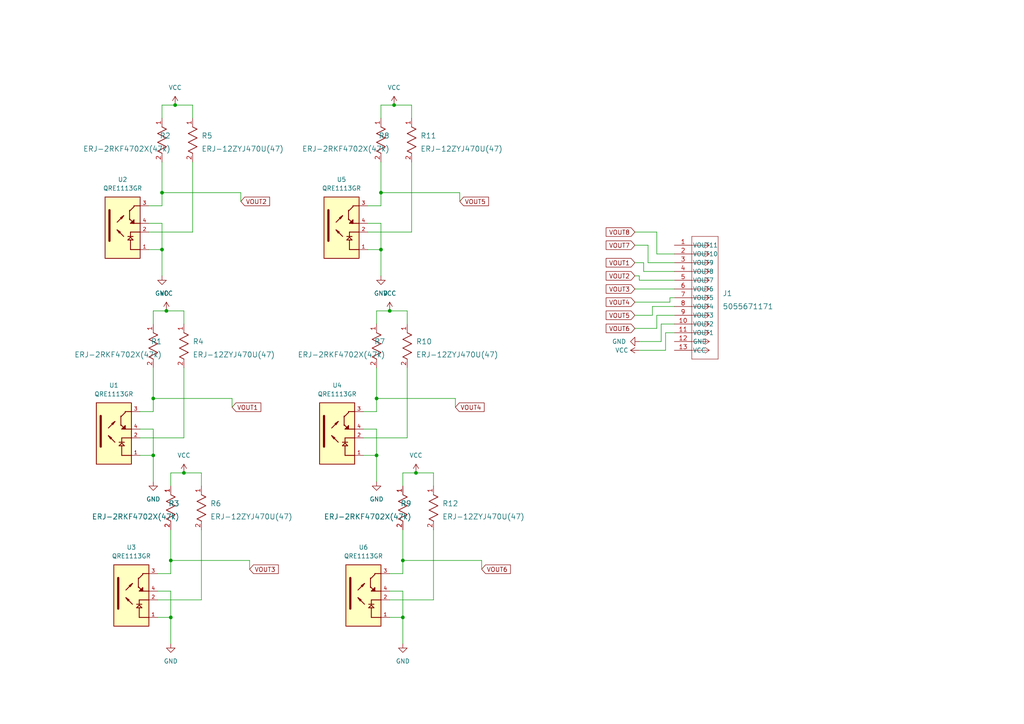
<source format=kicad_sch>
(kicad_sch (version 20231120) (generator "eeschema") (generator_version "8.0")
  (paper "A4")
  (lib_symbols
    (symbol "2024-04-13_23-11-30:5055671171" (pin_names (offset 0.254))
      (property "Reference" "J1" (at 13.97 -13.97 0))
      (property "Value" "5055671171" (at 13.97 -17.78 0))
      (symbol "5055671171_1_1"
        (polyline (pts (xy 5.08 -33.02) (xy 12.7 -33.02)) (stroke (width 0.127)))
        (polyline (pts (xy 5.08 2.54) (xy 5.08 -33.02)) (stroke (width 0.127)))
        (polyline (pts (xy 10.16 -30.48) (xy 5.08 -30.48)) (stroke (width 0.127)))
        (polyline (pts (xy 10.16 -30.48) (xy 8.89 -31.3267)) (stroke (width 0.127)))
        (polyline (pts (xy 10.16 -30.48) (xy 8.89 -29.6333)) (stroke (width 0.127)))
        (polyline (pts (xy 10.16 -27.94) (xy 5.08 -27.94)) (stroke (width 0.127)))
        (polyline (pts (xy 10.16 -27.94) (xy 8.89 -28.7867)) (stroke (width 0.127)))
        (polyline (pts (xy 10.16 -27.94) (xy 8.89 -27.0933)) (stroke (width 0.127)))
        (polyline (pts (xy 10.16 -25.4) (xy 5.08 -25.4)) (stroke (width 0.127)))
        (polyline (pts (xy 10.16 -25.4) (xy 8.89 -26.2467)) (stroke (width 0.127)))
        (polyline (pts (xy 10.16 -25.4) (xy 8.89 -24.5533)) (stroke (width 0.127)))
        (polyline (pts (xy 10.16 -22.86) (xy 5.08 -22.86)) (stroke (width 0.127)))
        (polyline (pts (xy 10.16 -22.86) (xy 8.89 -23.7067)) (stroke (width 0.127)))
        (polyline (pts (xy 10.16 -22.86) (xy 8.89 -22.0133)) (stroke (width 0.127)))
        (polyline (pts (xy 10.16 -20.32) (xy 5.08 -20.32)) (stroke (width 0.127)))
        (polyline (pts (xy 10.16 -20.32) (xy 8.89 -21.1667)) (stroke (width 0.127)))
        (polyline (pts (xy 10.16 -20.32) (xy 8.89 -19.4733)) (stroke (width 0.127)))
        (polyline (pts (xy 10.16 -17.78) (xy 5.08 -17.78)) (stroke (width 0.127)))
        (polyline (pts (xy 10.16 -17.78) (xy 8.89 -18.6267)) (stroke (width 0.127)))
        (polyline (pts (xy 10.16 -17.78) (xy 8.89 -16.9333)) (stroke (width 0.127)))
        (polyline (pts (xy 10.16 -15.24) (xy 5.08 -15.24)) (stroke (width 0.127)))
        (polyline (pts (xy 10.16 -15.24) (xy 8.89 -16.0867)) (stroke (width 0.127)))
        (polyline (pts (xy 10.16 -15.24) (xy 8.89 -14.3933)) (stroke (width 0.127)))
        (polyline (pts (xy 10.16 -12.7) (xy 5.08 -12.7)) (stroke (width 0.127)))
        (polyline (pts (xy 10.16 -12.7) (xy 8.89 -13.5467)) (stroke (width 0.127)))
        (polyline (pts (xy 10.16 -12.7) (xy 8.89 -11.8533)) (stroke (width 0.127)))
        (polyline (pts (xy 10.16 -10.16) (xy 5.08 -10.16)) (stroke (width 0.127)))
        (polyline (pts (xy 10.16 -10.16) (xy 8.89 -11.0067)) (stroke (width 0.127)))
        (polyline (pts (xy 10.16 -10.16) (xy 8.89 -9.3133)) (stroke (width 0.127)))
        (polyline (pts (xy 10.16 -7.62) (xy 5.08 -7.62)) (stroke (width 0.127)))
        (polyline (pts (xy 10.16 -7.62) (xy 8.89 -8.4667)) (stroke (width 0.127)))
        (polyline (pts (xy 10.16 -7.62) (xy 8.89 -6.7733)) (stroke (width 0.127)))
        (polyline (pts (xy 10.16 -5.08) (xy 5.08 -5.08)) (stroke (width 0.127)))
        (polyline (pts (xy 10.16 -5.08) (xy 8.89 -5.9267)) (stroke (width 0.127)))
        (polyline (pts (xy 10.16 -5.08) (xy 8.89 -4.2333)) (stroke (width 0.127)))
        (polyline (pts (xy 10.16 -2.54) (xy 5.08 -2.54)) (stroke (width 0.127)))
        (polyline (pts (xy 10.16 -2.54) (xy 8.89 -3.3867)) (stroke (width 0.127)))
        (polyline (pts (xy 10.16 -2.54) (xy 8.89 -1.6933)) (stroke (width 0.127)))
        (polyline (pts (xy 10.16 0) (xy 5.08 0)) (stroke (width 0.127)))
        (polyline (pts (xy 10.16 0) (xy 8.89 -0.8467)) (stroke (width 0.127)))
        (polyline (pts (xy 10.16 0) (xy 8.89 0.8467)) (stroke (width 0.127)))
        (polyline (pts (xy 12.7 -33.02) (xy 12.7 2.54)) (stroke (width 0.127)))
        (polyline (pts (xy 12.7 2.54) (xy 5.08 2.54)) (stroke (width 0.127)))
        (pin input line (at 0 0 0) (length 5.08) (name "VOUT11") (number "1"))
        (pin input line (at 0 -22.86 0) (length 5.08) (name "VOUT2") (number "10"))
        (pin input line (at 0 -25.4 0) (length 5.08) (name "VOUT1") (number "11"))
        (pin input line (at 0 -27.94 0) (length 5.08) (name "GND") (number "12"))
        (pin input line (at 0 -30.48 0) (length 5.08) (name "VCC") (number "13"))
        (pin input line (at 0 -2.54 0) (length 5.08) (name "VOUT10") (number "2"))
        (pin input line (at 0 -5.08 0) (length 5.08) (name "VOUT9") (number "3"))
        (pin input line (at 0 -7.62 0) (length 5.08) (name "VOUT8") (number "4"))
        (pin input line (at 0 -10.16 0) (length 5.08) (name "VOUT7") (number "5"))
        (pin input line (at 0 -12.7 0) (length 5.08) (name "VOUT6") (number "6"))
        (pin input line (at 0 -15.24 0) (length 5.08) (name "VOUT5") (number "7"))
        (pin input line (at 0 -17.78 0) (length 5.08) (name "VOUT4") (number "8"))
        (pin input line (at 0 -20.32 0) (length 5.08) (name "VOUT3") (number "9"))
      )
      (symbol "5055671171_1_2"
        (polyline (pts (xy 5.08 -33.02) (xy 12.7 -33.02)) (stroke (width 0.127)))
        (polyline (pts (xy 5.08 2.54) (xy 5.08 -33.02)) (stroke (width 0.127)))
        (polyline (pts (xy 7.62 -30.48) (xy 5.08 -30.48)) (stroke (width 0.127)))
        (polyline (pts (xy 7.62 -30.48) (xy 8.89 -31.3267)) (stroke (width 0.127)))
        (polyline (pts (xy 7.62 -30.48) (xy 8.89 -29.6333)) (stroke (width 0.127)))
        (polyline (pts (xy 7.62 -27.94) (xy 5.08 -27.94)) (stroke (width 0.127)))
        (polyline (pts (xy 7.62 -27.94) (xy 8.89 -28.7867)) (stroke (width 0.127)))
        (polyline (pts (xy 7.62 -27.94) (xy 8.89 -27.0933)) (stroke (width 0.127)))
        (polyline (pts (xy 7.62 -25.4) (xy 5.08 -25.4)) (stroke (width 0.127)))
        (polyline (pts (xy 7.62 -25.4) (xy 8.89 -26.2467)) (stroke (width 0.127)))
        (polyline (pts (xy 7.62 -25.4) (xy 8.89 -24.5533)) (stroke (width 0.127)))
        (polyline (pts (xy 7.62 -22.86) (xy 5.08 -22.86)) (stroke (width 0.127)))
        (polyline (pts (xy 7.62 -22.86) (xy 8.89 -23.7067)) (stroke (width 0.127)))
        (polyline (pts (xy 7.62 -22.86) (xy 8.89 -22.0133)) (stroke (width 0.127)))
        (polyline (pts (xy 7.62 -20.32) (xy 5.08 -20.32)) (stroke (width 0.127)))
        (polyline (pts (xy 7.62 -20.32) (xy 8.89 -21.1667)) (stroke (width 0.127)))
        (polyline (pts (xy 7.62 -20.32) (xy 8.89 -19.4733)) (stroke (width 0.127)))
        (polyline (pts (xy 7.62 -17.78) (xy 5.08 -17.78)) (stroke (width 0.127)))
        (polyline (pts (xy 7.62 -17.78) (xy 8.89 -18.6267)) (stroke (width 0.127)))
        (polyline (pts (xy 7.62 -17.78) (xy 8.89 -16.9333)) (stroke (width 0.127)))
        (polyline (pts (xy 7.62 -15.24) (xy 5.08 -15.24)) (stroke (width 0.127)))
        (polyline (pts (xy 7.62 -15.24) (xy 8.89 -16.0867)) (stroke (width 0.127)))
        (polyline (pts (xy 7.62 -15.24) (xy 8.89 -14.3933)) (stroke (width 0.127)))
        (polyline (pts (xy 7.62 -12.7) (xy 5.08 -12.7)) (stroke (width 0.127)))
        (polyline (pts (xy 7.62 -12.7) (xy 8.89 -13.5467)) (stroke (width 0.127)))
        (polyline (pts (xy 7.62 -12.7) (xy 8.89 -11.8533)) (stroke (width 0.127)))
        (polyline (pts (xy 7.62 -10.16) (xy 5.08 -10.16)) (stroke (width 0.127)))
        (polyline (pts (xy 7.62 -10.16) (xy 8.89 -11.0067)) (stroke (width 0.127)))
        (polyline (pts (xy 7.62 -10.16) (xy 8.89 -9.3133)) (stroke (width 0.127)))
        (polyline (pts (xy 7.62 -7.62) (xy 5.08 -7.62)) (stroke (width 0.127)))
        (polyline (pts (xy 7.62 -7.62) (xy 8.89 -8.4667)) (stroke (width 0.127)))
        (polyline (pts (xy 7.62 -7.62) (xy 8.89 -6.7733)) (stroke (width 0.127)))
        (polyline (pts (xy 7.62 -5.08) (xy 5.08 -5.08)) (stroke (width 0.127)))
        (polyline (pts (xy 7.62 -5.08) (xy 8.89 -5.9267)) (stroke (width 0.127)))
        (polyline (pts (xy 7.62 -5.08) (xy 8.89 -4.2333)) (stroke (width 0.127)))
        (polyline (pts (xy 7.62 -2.54) (xy 5.08 -2.54)) (stroke (width 0.127)))
        (polyline (pts (xy 7.62 -2.54) (xy 8.89 -3.3867)) (stroke (width 0.127)))
        (polyline (pts (xy 7.62 -2.54) (xy 8.89 -1.6933)) (stroke (width 0.127)))
        (polyline (pts (xy 7.62 0) (xy 5.08 0)) (stroke (width 0.127)))
        (polyline (pts (xy 7.62 0) (xy 8.89 -0.8467)) (stroke (width 0.127)))
        (polyline (pts (xy 7.62 0) (xy 8.89 0.8467)) (stroke (width 0.127)))
        (polyline (pts (xy 12.7 -33.02) (xy 12.7 2.54)) (stroke (width 0.127)))
        (polyline (pts (xy 12.7 2.54) (xy 5.08 2.54)) (stroke (width 0.127)))
        (pin unspecified line (at 0 0 0) (length 5.08) (name "1") (number "1"))
        (pin unspecified line (at 0 -22.86 0) (length 5.08) (name "10") (number "10"))
        (pin unspecified line (at 0 -25.4 0) (length 5.08) (name "11") (number "11"))
        (pin unspecified line (at 0 -27.94 0) (length 5.08) (name "12") (number "12"))
        (pin unspecified line (at 0 -30.48 0) (length 5.08) (name "13") (number "13"))
        (pin unspecified line (at 0 -2.54 0) (length 5.08) (name "2") (number "2"))
        (pin unspecified line (at 0 -5.08 0) (length 5.08) (name "3") (number "3"))
        (pin unspecified line (at 0 -7.62 0) (length 5.08) (name "4") (number "4"))
        (pin unspecified line (at 0 -10.16 0) (length 5.08) (name "5") (number "5"))
        (pin unspecified line (at 0 -12.7 0) (length 5.08) (name "6") (number "6"))
        (pin unspecified line (at 0 -15.24 0) (length 5.08) (name "7") (number "7"))
        (pin unspecified line (at 0 -17.78 0) (length 5.08) (name "8") (number "8"))
        (pin unspecified line (at 0 -20.32 0) (length 5.08) (name "9") (number "9"))
      )
    )
    (symbol "2024-04-15_02-25-11:ERJ-12ZYJ470U" (pin_names (offset 0.254))
      (property "Reference" "R" (at 5.715 3.81 0))
      (property "Value" "ERJ-12ZYJ470U" (at 6.35 -3.81 0))
      (symbol "ERJ-12ZYJ470U_1_1"
        (polyline (pts (xy 2.54 0) (xy 3.175 1.27)) (stroke (width 0.2032)))
        (polyline (pts (xy 3.175 1.27) (xy 4.445 -1.27)) (stroke (width 0.2032)))
        (polyline (pts (xy 4.445 -1.27) (xy 5.715 1.27)) (stroke (width 0.2032)))
        (polyline (pts (xy 5.715 1.27) (xy 6.985 -1.27)) (stroke (width 0.2032)))
        (polyline (pts (xy 6.985 -1.27) (xy 8.255 1.27)) (stroke (width 0.2032)))
        (polyline (pts (xy 8.255 1.27) (xy 9.525 -1.27)) (stroke (width 0.2032)))
        (polyline (pts (xy 9.525 -1.27) (xy 10.16 0)) (stroke (width 0.2032)))
        (pin unspecified line (at 12.7 0 180) (length 2.54) (name "") (number "1"))
        (pin unspecified line (at 0 0 0) (length 2.54) (name "") (number "2"))
      )
      (symbol "ERJ-12ZYJ470U_1_2"
        (polyline (pts (xy -1.27 3.175) (xy 1.27 4.445)) (stroke (width 0.2032)))
        (polyline (pts (xy -1.27 5.715) (xy 1.27 6.985)) (stroke (width 0.2032)))
        (polyline (pts (xy -1.27 8.255) (xy 1.27 9.525)) (stroke (width 0.2032)))
        (polyline (pts (xy 0 2.54) (xy -1.27 3.175)) (stroke (width 0.2032)))
        (polyline (pts (xy 1.27 4.445) (xy -1.27 5.715)) (stroke (width 0.2032)))
        (polyline (pts (xy 1.27 6.985) (xy -1.27 8.255)) (stroke (width 0.2032)))
        (polyline (pts (xy 1.27 9.525) (xy 0 10.16)) (stroke (width 0.2032)))
        (pin unspecified line (at 0 12.7 270) (length 2.54) (name "") (number "1"))
        (pin unspecified line (at 0 0 90) (length 2.54) (name "") (number "2"))
      )
    )
    (symbol "2024-04-15_02-25-28:ERJ-2RKF4702X" (pin_names (offset 0.254))
      (property "Reference" "R" (at 5.715 3.81 0))
      (property "Value" "ERJ-2RKF4702X" (at 6.35 -3.81 0))
      (symbol "ERJ-2RKF4702X_1_1"
        (polyline (pts (xy 2.54 0) (xy 3.175 1.27)) (stroke (width 0.2032)))
        (polyline (pts (xy 3.175 1.27) (xy 4.445 -1.27)) (stroke (width 0.2032)))
        (polyline (pts (xy 4.445 -1.27) (xy 5.715 1.27)) (stroke (width 0.2032)))
        (polyline (pts (xy 5.715 1.27) (xy 6.985 -1.27)) (stroke (width 0.2032)))
        (polyline (pts (xy 6.985 -1.27) (xy 8.255 1.27)) (stroke (width 0.2032)))
        (polyline (pts (xy 8.255 1.27) (xy 9.525 -1.27)) (stroke (width 0.2032)))
        (polyline (pts (xy 9.525 -1.27) (xy 10.16 0)) (stroke (width 0.2032)))
        (pin unspecified line (at 12.7 0 180) (length 2.54) (name "") (number "1"))
        (pin unspecified line (at 0 0 0) (length 2.54) (name "") (number "2"))
      )
      (symbol "ERJ-2RKF4702X_1_2"
        (polyline (pts (xy -1.27 3.175) (xy 1.27 4.445)) (stroke (width 0.2032)))
        (polyline (pts (xy -1.27 5.715) (xy 1.27 6.985)) (stroke (width 0.2032)))
        (polyline (pts (xy -1.27 8.255) (xy 1.27 9.525)) (stroke (width 0.2032)))
        (polyline (pts (xy 0 2.54) (xy -1.27 3.175)) (stroke (width 0.2032)))
        (polyline (pts (xy 1.27 4.445) (xy -1.27 5.715)) (stroke (width 0.2032)))
        (polyline (pts (xy 1.27 6.985) (xy -1.27 8.255)) (stroke (width 0.2032)))
        (polyline (pts (xy 1.27 9.525) (xy 0 10.16)) (stroke (width 0.2032)))
        (pin unspecified line (at 0 12.7 270) (length 2.54) (name "") (number "1"))
        (pin unspecified line (at 0 0 90) (length 2.54) (name "") (number "2"))
      )
    )
    (symbol "QRE1113GR:QRE1113GR" (pin_names (offset 1.016))
      (property "Reference" "U" (at -5.08 10.795 0))
      (property "Value" "QRE1113GR" (at -5.08 -10.16 0))
      (symbol "QRE1113GR_0_0"
        (rectangle (start -5.08 -7.62) (end 5.08 10.16) (stroke (width 0.254)) (fill (type background)))
        (polyline (pts (xy -3.81 6.35) (xy -3.81 -2.54)) (stroke (width 0.635)))
        (polyline (pts (xy -1.5875 0.635) (xy -0.9525 -0.3175)) (stroke (width 0.254)))
        (polyline (pts (xy -1.5875 0.635) (xy -0.635 0)) (stroke (width 0.254)))
        (polyline (pts (xy -1.5875 2.8575) (xy 0.3175 4.7625)) (stroke (width 0.254)))
        (polyline (pts (xy 0.3175 -1.27) (xy -1.5875 0.635)) (stroke (width 0.254)))
        (polyline (pts (xy 0.3175 4.7625) (xy -0.635 4.1275)) (stroke (width 0.254)))
        (polyline (pts (xy 0.3175 4.7625) (xy -0.3175 3.81)) (stroke (width 0.254)))
        (polyline (pts (xy 2.032 3.81) (xy 2.032 3.556)) (stroke (width 0.254)))
        (polyline (pts (xy 2.032 3.81) (xy 3.302 2.54)) (stroke (width 0.254)))
        (polyline (pts (xy 2.032 6.096) (xy 2.032 3.81)) (stroke (width 0.254)))
        (polyline (pts (xy 2.032 6.096) (xy 2.032 6.35)) (stroke (width 0.254)))
        (polyline (pts (xy 2.286 -5.08) (xy 2.286 -2.286)) (stroke (width 0.254)))
        (polyline (pts (xy 2.286 -2.286) (xy 1.524 -2.286)) (stroke (width 0.254)))
        (polyline (pts (xy 2.286 -2.286) (xy 3.048 -2.286)) (stroke (width 0.254)))
        (polyline (pts (xy 2.286 -1.524) (xy 1.524 -2.286)) (stroke (width 0.254)))
        (polyline (pts (xy 2.286 -1.27) (xy 2.286 0)) (stroke (width 0.254)))
        (polyline (pts (xy 2.286 0) (xy 5.08 0)) (stroke (width 0.254)))
        (polyline (pts (xy 2.286 2.54) (xy 3.048 2.54)) (stroke (width 0.254)))
        (polyline (pts (xy 2.54 2.794) (xy 2.286 2.54)) (stroke (width 0.254)))
        (polyline (pts (xy 2.54 2.794) (xy 2.794 2.794)) (stroke (width 0.254)))
        (polyline (pts (xy 2.794 2.794) (xy 3.048 2.54)) (stroke (width 0.254)))
        (polyline (pts (xy 3.048 -2.286) (xy 2.286 -1.524)) (stroke (width 0.254)))
        (polyline (pts (xy 3.048 -1.27) (xy 1.524 -1.27)) (stroke (width 0.254)))
        (polyline (pts (xy 3.048 2.54) (xy 3.048 3.048)) (stroke (width 0.254)))
        (polyline (pts (xy 3.048 2.54) (xy 3.302 2.54)) (stroke (width 0.254)))
        (polyline (pts (xy 3.048 3.048) (xy 2.794 2.794)) (stroke (width 0.254)))
        (polyline (pts (xy 3.048 3.048) (xy 3.302 3.302)) (stroke (width 0.254)))
        (polyline (pts (xy 3.302 2.54) (xy 3.302 2.794)) (stroke (width 0.254)))
        (polyline (pts (xy 3.302 2.54) (xy 5.08 2.54)) (stroke (width 0.254)))
        (polyline (pts (xy 3.302 2.794) (xy 3.048 3.048)) (stroke (width 0.254)))
        (polyline (pts (xy 3.302 2.794) (xy 3.302 3.302)) (stroke (width 0.254)))
        (polyline (pts (xy 3.302 3.302) (xy 3.302 3.556)) (stroke (width 0.254)))
        (polyline (pts (xy 3.302 3.556) (xy 2.54 2.794)) (stroke (width 0.254)))
        (polyline (pts (xy 3.302 7.366) (xy 2.032 6.096)) (stroke (width 0.254)))
        (polyline (pts (xy 3.302 7.62) (xy 3.302 7.366)) (stroke (width 0.254)))
        (polyline (pts (xy 5.08 -5.08) (xy 2.286 -5.08)) (stroke (width 0.254)))
        (polyline (pts (xy 5.08 7.62) (xy 3.302 7.62)) (stroke (width 0.254)))
        (pin passive line (at 7.62 -5.08 180) (length 2.54) (name "~") (number "1"))
        (pin passive line (at 7.62 0 180) (length 2.54) (name "~") (number "2"))
        (pin passive line (at 7.62 7.62 180) (length 2.54) (name "~") (number "3"))
        (pin passive line (at 7.62 2.54 180) (length 2.54) (name "~") (number "4"))
      )
    )
    (symbol "power:GND" (power) (pin_names (offset 0))
      (property "Value" "GND" (at 0 -3.81 0))
      (symbol "GND_0_1"
        (polyline (pts (xy 0 0) (xy 0 -1.27) (xy 1.27 -1.27) (xy 0 -2.54) (xy -1.27 -1.27) (xy 0 -1.27)))
      )
      (symbol "GND_1_1"
        (pin power_in line (at 0 0 270) (length 0) hide (name "GND") (number "1"))
      )
    )
    (symbol "power:VCC" (power) (pin_names (offset 0))
      (property "Value" "VCC" (at 0 3.81 0))
      (symbol "VCC_0_1"
        (polyline (pts (xy -0.762 1.27) (xy 0 2.54)))
        (polyline (pts (xy 0 0) (xy 0 2.54)))
        (polyline (pts (xy 0 2.54) (xy 0.762 1.27)))
      )
      (symbol "VCC_1_1"
        (pin power_in line (at 0 0 90) (length 0) hide (name "VCC") (number "1"))
      )
    )
  )
  (junction (at 114.3 30.48))
  (junction (at 120.65 137.16))
  (junction (at 113.03 90.17))
  (junction (at 50.8 30.48))
  (junction (at 44.45 132.08))
  (junction (at 53.34 137.16))
  (junction (at 49.53 179.07))
  (junction (at 46.99 55.88))
  (junction (at 110.49 55.88))
  (junction (at 109.22 132.08))
  (junction (at 109.22 115.57))
  (junction (at 49.53 162.56))
  (junction (at 44.45 115.57))
  (junction (at 46.99 72.39))
  (junction (at 110.49 72.39))
  (junction (at 116.84 179.07))
  (junction (at 116.84 162.56))
  (junction (at 48.26 90.17))
  (wire (pts (xy 109.22 115.57) (xy 109.22 119.38)))
  (wire (pts (xy 119.38 30.48) (xy 119.38 34.29)))
  (wire (pts (xy 184.15 71.12) (xy 187.96 71.12)))
  (wire (pts (xy 53.34 90.17) (xy 53.34 93.98)))
  (wire (pts (xy 43.18 64.77) (xy 46.99 64.77)))
  (wire (pts (xy 186.69 76.2) (xy 186.69 78.74)))
  (wire (pts (xy 109.22 124.46) (xy 109.22 132.08)))
  (wire (pts (xy 43.18 72.39) (xy 46.99 72.39)))
  (wire (pts (xy 185.42 101.6) (xy 193.04 101.6)))
  (wire (pts (xy 118.11 127) (xy 105.41 127)))
  (wire (pts (xy 48.26 90.17) (xy 44.45 90.17)))
  (wire (pts (xy 46.99 30.48) (xy 46.99 34.29)))
  (wire (pts (xy 44.45 119.38) (xy 40.64 119.38)))
  (wire (pts (xy 106.68 72.39) (xy 110.49 72.39)))
  (wire (pts (xy 125.73 153.67) (xy 125.73 173.99)))
  (wire (pts (xy 55.88 30.48) (xy 55.88 34.29)))
  (wire (pts (xy 190.5 95.25) (xy 190.5 91.44)))
  (wire (pts (xy 116.84 137.16) (xy 116.84 140.97)))
  (wire (pts (xy 49.53 137.16) (xy 49.53 140.97)))
  (wire (pts (xy 45.72 179.07) (xy 49.53 179.07)))
  (wire (pts (xy 116.84 153.67) (xy 116.84 162.56)))
  (wire (pts (xy 118.11 90.17) (xy 118.11 93.98)))
  (wire (pts (xy 53.34 137.16) (xy 58.42 137.16)))
  (wire (pts (xy 50.8 30.48) (xy 55.88 30.48)))
  (wire (pts (xy 109.22 132.08) (xy 109.22 139.7)))
  (wire (pts (xy 113.03 90.17) (xy 118.11 90.17)))
  (wire (pts (xy 72.39 162.56) (xy 72.39 165.1)))
  (wire (pts (xy 116.84 162.56) (xy 116.84 166.37)))
  (wire (pts (xy 120.65 137.16) (xy 116.84 137.16)))
  (wire (pts (xy 44.45 106.68) (xy 44.45 115.57)))
  (wire (pts (xy 184.15 83.82) (xy 195.58 83.82)))
  (wire (pts (xy 45.72 171.45) (xy 49.53 171.45)))
  (wire (pts (xy 114.3 30.48) (xy 119.38 30.48)))
  (wire (pts (xy 44.45 124.46) (xy 44.45 132.08)))
  (wire (pts (xy 48.26 90.17) (xy 53.34 90.17)))
  (wire (pts (xy 53.34 137.16) (xy 49.53 137.16)))
  (wire (pts (xy 110.49 72.39) (xy 110.49 80.01)))
  (wire (pts (xy 44.45 115.57) (xy 44.45 119.38)))
  (wire (pts (xy 46.99 59.69) (xy 43.18 59.69)))
  (wire (pts (xy 49.53 166.37) (xy 45.72 166.37)))
  (wire (pts (xy 110.49 55.88) (xy 133.35 55.88)))
  (wire (pts (xy 132.08 115.57) (xy 132.08 118.11)))
  (wire (pts (xy 186.69 78.74) (xy 195.58 78.74)))
  (wire (pts (xy 113.03 179.07) (xy 116.84 179.07)))
  (wire (pts (xy 106.68 64.77) (xy 110.49 64.77)))
  (wire (pts (xy 113.03 90.17) (xy 109.22 90.17)))
  (wire (pts (xy 110.49 30.48) (xy 110.49 34.29)))
  (wire (pts (xy 109.22 90.17) (xy 109.22 93.98)))
  (wire (pts (xy 109.22 106.68) (xy 109.22 115.57)))
  (wire (pts (xy 46.99 55.88) (xy 46.99 59.69)))
  (wire (pts (xy 191.77 99.06) (xy 191.77 93.98)))
  (wire (pts (xy 116.84 162.56) (xy 139.7 162.56)))
  (wire (pts (xy 184.15 67.31) (xy 190.5 67.31)))
  (wire (pts (xy 53.34 106.68) (xy 53.34 127)))
  (wire (pts (xy 114.3 30.48) (xy 110.49 30.48)))
  (wire (pts (xy 109.22 119.38) (xy 105.41 119.38)))
  (wire (pts (xy 109.22 115.57) (xy 132.08 115.57)))
  (wire (pts (xy 184.15 87.63) (xy 194.31 87.63)))
  (wire (pts (xy 110.49 64.77) (xy 110.49 72.39)))
  (wire (pts (xy 125.73 173.99) (xy 113.03 173.99)))
  (wire (pts (xy 189.23 88.9) (xy 195.58 88.9)))
  (wire (pts (xy 113.03 171.45) (xy 116.84 171.45)))
  (wire (pts (xy 118.11 106.68) (xy 118.11 127)))
  (wire (pts (xy 190.5 67.31) (xy 190.5 73.66)))
  (wire (pts (xy 44.45 90.17) (xy 44.45 93.98)))
  (wire (pts (xy 55.88 46.99) (xy 55.88 67.31)))
  (wire (pts (xy 105.41 132.08) (xy 109.22 132.08)))
  (wire (pts (xy 46.99 64.77) (xy 46.99 72.39)))
  (wire (pts (xy 69.85 55.88) (xy 69.85 58.42)))
  (wire (pts (xy 110.49 59.69) (xy 106.68 59.69)))
  (wire (pts (xy 187.96 76.2) (xy 195.58 76.2)))
  (wire (pts (xy 55.88 67.31) (xy 43.18 67.31)))
  (wire (pts (xy 184.15 91.44) (xy 189.23 91.44)))
  (wire (pts (xy 53.34 127) (xy 40.64 127)))
  (wire (pts (xy 110.49 55.88) (xy 110.49 59.69)))
  (wire (pts (xy 184.15 76.2) (xy 186.69 76.2)))
  (wire (pts (xy 187.96 71.12) (xy 187.96 76.2)))
  (wire (pts (xy 46.99 55.88) (xy 69.85 55.88)))
  (wire (pts (xy 193.04 101.6) (xy 193.04 96.52)))
  (wire (pts (xy 110.49 46.99) (xy 110.49 55.88)))
  (wire (pts (xy 67.31 115.57) (xy 67.31 118.11)))
  (wire (pts (xy 185.42 80.01) (xy 185.42 81.28)))
  (wire (pts (xy 116.84 166.37) (xy 113.03 166.37)))
  (wire (pts (xy 193.04 96.52) (xy 195.58 96.52)))
  (wire (pts (xy 58.42 173.99) (xy 45.72 173.99)))
  (wire (pts (xy 184.15 95.25) (xy 190.5 95.25)))
  (wire (pts (xy 185.42 99.06) (xy 191.77 99.06)))
  (wire (pts (xy 49.53 153.67) (xy 49.53 162.56)))
  (wire (pts (xy 46.99 46.99) (xy 46.99 55.88)))
  (wire (pts (xy 49.53 162.56) (xy 49.53 166.37)))
  (wire (pts (xy 194.31 87.63) (xy 194.31 86.36)))
  (wire (pts (xy 194.31 86.36) (xy 195.58 86.36)))
  (wire (pts (xy 44.45 115.57) (xy 67.31 115.57)))
  (wire (pts (xy 125.73 137.16) (xy 125.73 140.97)))
  (wire (pts (xy 191.77 93.98) (xy 195.58 93.98)))
  (wire (pts (xy 40.64 124.46) (xy 44.45 124.46)))
  (wire (pts (xy 190.5 91.44) (xy 195.58 91.44)))
  (wire (pts (xy 119.38 67.31) (xy 106.68 67.31)))
  (wire (pts (xy 120.65 137.16) (xy 125.73 137.16)))
  (wire (pts (xy 50.8 30.48) (xy 46.99 30.48)))
  (wire (pts (xy 185.42 81.28) (xy 195.58 81.28)))
  (wire (pts (xy 44.45 132.08) (xy 44.45 139.7)))
  (wire (pts (xy 119.38 46.99) (xy 119.38 67.31)))
  (wire (pts (xy 58.42 137.16) (xy 58.42 140.97)))
  (wire (pts (xy 189.23 91.44) (xy 189.23 88.9)))
  (wire (pts (xy 190.5 73.66) (xy 195.58 73.66)))
  (wire (pts (xy 105.41 124.46) (xy 109.22 124.46)))
  (wire (pts (xy 139.7 162.56) (xy 139.7 165.1)))
  (wire (pts (xy 40.64 132.08) (xy 44.45 132.08)))
  (wire (pts (xy 49.53 171.45) (xy 49.53 179.07)))
  (wire (pts (xy 116.84 171.45) (xy 116.84 179.07)))
  (wire (pts (xy 49.53 162.56) (xy 72.39 162.56)))
  (wire (pts (xy 133.35 55.88) (xy 133.35 58.42)))
  (wire (pts (xy 58.42 153.67) (xy 58.42 173.99)))
  (wire (pts (xy 49.53 179.07) (xy 49.53 186.69)))
  (wire (pts (xy 184.15 80.01) (xy 185.42 80.01)))
  (wire (pts (xy 116.84 179.07) (xy 116.84 186.69)))
  (wire (pts (xy 46.99 72.39) (xy 46.99 80.01)))
  (global_label "VOUT4" (shape input) (at 132.08 118.11 0) (property "Intersheetrefs" "${INTERSHEET_REFS}" (effects (hide yes))))
  (global_label "VOUT3" (shape input) (at 184.15 83.82 180) (property "Intersheetrefs" "${INTERSHEET_REFS}" (effects (hide yes))))
  (global_label "VOUT8" (shape input) (at 184.15 67.31 180) (property "Intersheetrefs" "${INTERSHEET_REFS}" (effects (hide yes))))
  (global_label "VOUT5" (shape input) (at 184.15 91.44 180) (property "Intersheetrefs" "${INTERSHEET_REFS}" (effects (hide yes))))
  (global_label "VOUT2" (shape input) (at 69.85 58.42 0) (property "Intersheetrefs" "${INTERSHEET_REFS}" (effects (hide yes))))
  (global_label "VOUT6" (shape input) (at 184.15 95.25 180) (property "Intersheetrefs" "${INTERSHEET_REFS}" (effects (hide yes))))
  (global_label "VOUT3" (shape input) (at 72.39 165.1 0) (property "Intersheetrefs" "${INTERSHEET_REFS}" (effects (hide yes))))
  (global_label "VOUT7" (shape input) (at 184.15 71.12 180) (property "Intersheetrefs" "${INTERSHEET_REFS}" (effects (hide yes))))
  (global_label "VOUT1" (shape input) (at 184.15 76.2 180) (property "Intersheetrefs" "${INTERSHEET_REFS}" (effects (hide yes))))
  (global_label "VOUT2" (shape input) (at 184.15 80.01 180) (property "Intersheetrefs" "${INTERSHEET_REFS}" (effects (hide yes))))
  (global_label "VOUT4" (shape input) (at 184.15 87.63 180) (property "Intersheetrefs" "${INTERSHEET_REFS}" (effects (hide yes))))
  (global_label "VOUT1" (shape input) (at 67.31 118.11 0) (property "Intersheetrefs" "${INTERSHEET_REFS}" (effects (hide yes))))
  (global_label "VOUT6" (shape input) (at 139.7 165.1 0) (property "Intersheetrefs" "${INTERSHEET_REFS}" (effects (hide yes))))
  (global_label "VOUT5" (shape input) (at 133.35 58.42 0) (property "Intersheetrefs" "${INTERSHEET_REFS}" (effects (hide yes))))
  (symbol (lib_id "2024-04-15_02-25-11:ERJ-12ZYJ470U") (at 119.38 46.99 90) (unit 1)
    (property "Reference" "R11" (at 121.92 39.37 90) (effects (font (size 1.524 1.524)) (justify right)))
    (property "Value" "ERJ-12ZYJ470U(47)" (at 121.92 43.18 90) (effects (font (size 1.524 1.524)) (justify right)))
    (property "Footprint" "47 Ohm SMD:RC2010N_PAN" (effects (hide yes)))
    (property "Datasheet" "ERJ-12ZYJ470U" (effects (hide yes)))
  )
  (symbol (lib_id "QRE1113GR:QRE1113GR") (at 99.06 67.31 0) (unit 1)
    (property "Reference" "U5" (at 99.06 52.07 0))
    (property "Value" "QRE1113GR" (at 99.06 54.61 0))
    (property "Footprint" "QRE1113GR:SOIC180P460X187-4N" (effects (hide yes)))
    (property "MF" "ON" (effects (hide yes)))
    (property "DESCRIPTION" "QRE1113 Series 30 V 50 mA Miniature Reflective Object Sensor - SMD-4" (effects (hide yes)))
    (property "PACKAGE" "SMD-4 ON Semiconductor" (effects (hide yes)))
    (property "PRICE" "None" (effects (hide yes)))
    (property "Package" "ARUSM-313-4 ON Semiconductor" (effects (hide yes)))
    (property "Check_prices" "https://www.snapeda.com/parts/QRE1113GR/Onsemi/view-part/?ref=eda" (effects (hide yes)))
    (property "STANDARD" "IPC-7351B" (effects (hide yes)))
    (property "PARTREV" "5" (effects (hide yes)))
    (property "SnapEDA_Link" "https://www.snapeda.com/parts/QRE1113GR/Onsemi/view-part/?ref=snap" (effects (hide yes)))
    (property "MP" "QRE1113GR" (effects (hide yes)))
    (property "Price" "None" (effects (hide yes)))
    (property "Description" "\nReflective Optical Sensor 0.039 (1mm) 4-SMD, Gull Wing\n" (effects (hide yes)))
    (property "Availability" "In Stock" (effects (hide yes)))
    (property "AVAILABILITY" "Unavailable" (effects (hide yes)))
    (property "MANUFACTURER" "ON Semiconductor" (effects (hide yes)))
  )
  (symbol (lib_id "power:VCC") (at 53.34 137.16 0) (unit 1)
    (property "Reference" "#PWR0105" (effects (hide yes)))
    (property "Value" "VCC" (at 53.34 132.08 0))
  )
  (symbol (lib_id "power:VCC") (at 114.3 30.48 0) (unit 1)
    (property "Reference" "#PWR0102" (effects (hide yes)))
    (property "Value" "VCC" (at 114.3 25.4 0))
  )
  (symbol (lib_id "2024-04-15_02-25-11:ERJ-12ZYJ470U") (at 125.73 153.67 90) (unit 1)
    (property "Reference" "R12" (at 128.27 146.05 90) (effects (font (size 1.524 1.524)) (justify right)))
    (property "Value" "ERJ-12ZYJ470U(47)" (at 128.27 149.86 90) (effects (font (size 1.524 1.524)) (justify right)))
    (property "Footprint" "47 Ohm SMD:RC2010N_PAN" (effects (hide yes)))
    (property "Datasheet" "ERJ-12ZYJ470U" (effects (hide yes)))
  )
  (symbol (lib_id "2024-04-15_02-25-28:ERJ-2RKF4702X") (at 44.45 106.68 90) (unit 1)
    (property "Reference" "R1" (at 46.99 99.06 90) (effects (font (size 1.524 1.524)) (justify left)))
    (property "Value" "ERJ-2RKF4702X(47k)" (at 46.99 102.87 90) (effects (font (size 1.524 1.524)) (justify left)))
    (property "Footprint" "47K Ohm SMD:RC0402N_PAN" (effects (hide yes)))
    (property "Datasheet" "ERJ-2RKF4702X" (effects (hide yes)))
  )
  (symbol (lib_id "2024-04-15_02-25-11:ERJ-12ZYJ470U") (at 53.34 106.68 90) (unit 1)
    (property "Reference" "R4" (at 55.88 99.06 90) (effects (font (size 1.524 1.524)) (justify right)))
    (property "Value" "ERJ-12ZYJ470U(47)" (at 55.88 102.87 90) (effects (font (size 1.524 1.524)) (justify right)))
    (property "Footprint" "47 Ohm SMD:RC2010N_PAN" (effects (hide yes)))
    (property "Datasheet" "ERJ-12ZYJ470U" (effects (hide yes)))
  )
  (symbol (lib_id "power:GND") (at 49.53 186.69 0) (unit 1)
    (property "Reference" "#PWR0109" (effects (hide yes)))
    (property "Value" "GND" (at 49.53 191.77 0))
  )
  (symbol (lib_id "power:VCC") (at 185.42 101.6 90) (unit 1)
    (property "Reference" "#PWR0114" (effects (hide yes)))
    (property "Value" "VCC" (at 180.34 101.6 90))
  )
  (symbol (lib_id "power:GND") (at 109.22 139.7 0) (unit 1)
    (property "Reference" "#PWR0110" (effects (hide yes)))
    (property "Value" "GND" (at 109.22 144.78 0))
  )
  (symbol (lib_id "power:VCC") (at 120.65 137.16 0) (unit 1)
    (property "Reference" "#PWR0111" (effects (hide yes)))
    (property "Value" "VCC" (at 120.65 132.08 0))
  )
  (symbol (lib_id "QRE1113GR:QRE1113GR") (at 97.79 127 0) (unit 1)
    (property "Reference" "U4" (at 97.79 111.76 0))
    (property "Value" "QRE1113GR" (at 97.79 114.3 0))
    (property "Footprint" "QRE1113GR:SOIC180P460X187-4N" (effects (hide yes)))
    (property "MF" "ON" (effects (hide yes)))
    (property "DESCRIPTION" "QRE1113 Series 30 V 50 mA Miniature Reflective Object Sensor - SMD-4" (effects (hide yes)))
    (property "PACKAGE" "SMD-4 ON Semiconductor" (effects (hide yes)))
    (property "PRICE" "None" (effects (hide yes)))
    (property "Package" "ARUSM-313-4 ON Semiconductor" (effects (hide yes)))
    (property "Check_prices" "https://www.snapeda.com/parts/QRE1113GR/Onsemi/view-part/?ref=eda" (effects (hide yes)))
    (property "STANDARD" "IPC-7351B" (effects (hide yes)))
    (property "PARTREV" "5" (effects (hide yes)))
    (property "SnapEDA_Link" "https://www.snapeda.com/parts/QRE1113GR/Onsemi/view-part/?ref=snap" (effects (hide yes)))
    (property "MP" "QRE1113GR" (effects (hide yes)))
    (property "Price" "None" (effects (hide yes)))
    (property "Description" "\nReflective Optical Sensor 0.039 (1mm) 4-SMD, Gull Wing\n" (effects (hide yes)))
    (property "Availability" "In Stock" (effects (hide yes)))
    (property "AVAILABILITY" "Unavailable" (effects (hide yes)))
    (property "MANUFACTURER" "ON Semiconductor" (effects (hide yes)))
  )
  (symbol (lib_id "2024-04-13_23-11-30:5055671171") (at 195.58 71.12 0) (unit 1)
    (property "Reference" "J1" (at 209.55 85.09 0) (effects (font (size 1.524 1.524)) (justify left)))
    (property "Value" "5055671171" (at 209.55 88.9 0) (effects (font (size 1.524 1.524)) (justify left)))
    (property "Footprint" "11_Pin_Header:CON_5055671171" (effects (hide yes)))
    (property "Datasheet" "5055671171" (effects (hide yes)))
  )
  (symbol (lib_id "2024-04-15_02-25-28:ERJ-2RKF4702X") (at 46.99 46.99 90) (unit 1)
    (property "Reference" "R2" (at 49.53 39.37 90) (effects (font (size 1.524 1.524)) (justify left)))
    (property "Value" "ERJ-2RKF4702X(47k)" (at 49.53 43.18 90) (effects (font (size 1.524 1.524)) (justify left)))
    (property "Footprint" "47K Ohm SMD:RC0402N_PAN" (effects (hide yes)))
    (property "Datasheet" "ERJ-2RKF4702X" (effects (hide yes)))
  )
  (symbol (lib_id "power:VCC") (at 113.03 90.17 0) (unit 1)
    (property "Reference" "#PWR0101" (effects (hide yes)))
    (property "Value" "VCC" (at 113.03 85.09 0))
  )
  (symbol (lib_id "2024-04-15_02-25-28:ERJ-2RKF4702X") (at 110.49 46.99 90) (unit 1)
    (property "Reference" "R8" (at 113.03 39.37 90) (effects (font (size 1.524 1.524)) (justify left)))
    (property "Value" "ERJ-2RKF4702X(47k)" (at 113.03 43.18 90) (effects (font (size 1.524 1.524)) (justify left)))
    (property "Footprint" "47K Ohm SMD:RC0402N_PAN" (effects (hide yes)))
    (property "Datasheet" "ERJ-2RKF4702X" (effects (hide yes)))
  )
  (symbol (lib_id "2024-04-15_02-25-28:ERJ-2RKF4702X") (at 116.84 153.67 90) (unit 1)
    (property "Reference" "R9" (at 119.38 146.05 90) (effects (font (size 1.524 1.524)) (justify left)))
    (property "Value" "ERJ-2RKF4702X(47k)" (at 119.38 149.86 90) (effects (font (size 1.524 1.524)) (justify left)))
    (property "Footprint" "47K Ohm SMD:RC0402N_PAN" (effects (hide yes)))
    (property "Datasheet" "ERJ-2RKF4702X" (effects (hide yes)))
  )
  (symbol (lib_id "power:GND") (at 116.84 186.69 0) (unit 1)
    (property "Reference" "#PWR0112" (effects (hide yes)))
    (property "Value" "GND" (at 116.84 191.77 0))
  )
  (symbol (lib_id "power:VCC") (at 50.8 30.48 0) (unit 1)
    (property "Reference" "#PWR0104" (effects (hide yes)))
    (property "Value" "VCC" (at 50.8 25.4 0))
  )
  (symbol (lib_id "power:GND") (at 44.45 139.7 0) (unit 1)
    (property "Reference" "#PWR0108" (effects (hide yes)))
    (property "Value" "GND" (at 44.45 144.78 0))
  )
  (symbol (lib_id "2024-04-15_02-25-28:ERJ-2RKF4702X") (at 49.53 153.67 90) (unit 1)
    (property "Reference" "R3" (at 52.07 146.05 90) (effects (font (size 1.524 1.524)) (justify left)))
    (property "Value" "ERJ-2RKF4702X(47k)" (at 52.07 149.86 90) (effects (font (size 1.524 1.524)) (justify left)))
    (property "Footprint" "47K Ohm SMD:RC0402N_PAN" (effects (hide yes)))
    (property "Datasheet" "ERJ-2RKF4702X" (effects (hide yes)))
  )
  (symbol (lib_id "power:VCC") (at 48.26 90.17 0) (unit 1)
    (property "Reference" "#PWR0107" (effects (hide yes)))
    (property "Value" "VCC" (at 48.26 85.09 0))
  )
  (symbol (lib_id "2024-04-15_02-25-11:ERJ-12ZYJ470U") (at 58.42 153.67 90) (unit 1)
    (property "Reference" "R6" (at 60.96 146.05 90) (effects (font (size 1.524 1.524)) (justify right)))
    (property "Value" "ERJ-12ZYJ470U(47)" (at 60.96 149.86 90) (effects (font (size 1.524 1.524)) (justify right)))
    (property "Footprint" "47 Ohm SMD:RC2010N_PAN" (effects (hide yes)))
    (property "Datasheet" "ERJ-12ZYJ470U" (effects (hide yes)))
  )
  (symbol (lib_id "QRE1113GR:QRE1113GR") (at 35.56 67.31 0) (unit 1)
    (property "Reference" "U2" (at 35.56 52.07 0))
    (property "Value" "QRE1113GR" (at 35.56 54.61 0))
    (property "Footprint" "QRE1113GR:SOIC180P460X187-4N" (effects (hide yes)))
    (property "MF" "ON" (effects (hide yes)))
    (property "DESCRIPTION" "QRE1113 Series 30 V 50 mA Miniature Reflective Object Sensor - SMD-4" (effects (hide yes)))
    (property "PACKAGE" "SMD-4 ON Semiconductor" (effects (hide yes)))
    (property "PRICE" "None" (effects (hide yes)))
    (property "Package" "ARUSM-313-4 ON Semiconductor" (effects (hide yes)))
    (property "Check_prices" "https://www.snapeda.com/parts/QRE1113GR/Onsemi/view-part/?ref=eda" (effects (hide yes)))
    (property "STANDARD" "IPC-7351B" (effects (hide yes)))
    (property "PARTREV" "5" (effects (hide yes)))
    (property "SnapEDA_Link" "https://www.snapeda.com/parts/QRE1113GR/Onsemi/view-part/?ref=snap" (effects (hide yes)))
    (property "MP" "QRE1113GR" (effects (hide yes)))
    (property "Price" "None" (effects (hide yes)))
    (property "Description" "\nReflective Optical Sensor 0.039 (1mm) 4-SMD, Gull Wing\n" (effects (hide yes)))
    (property "Availability" "In Stock" (effects (hide yes)))
    (property "AVAILABILITY" "Unavailable" (effects (hide yes)))
    (property "MANUFACTURER" "ON Semiconductor" (effects (hide yes)))
  )
  (symbol (lib_id "power:GND") (at 185.42 99.06 270) (unit 1)
    (property "Reference" "#PWR0113" (effects (hide yes)))
    (property "Value" "GND" (at 181.61 99.0599 90) (effects (justify right)))
  )
  (symbol (lib_id "QRE1113GR:QRE1113GR") (at 105.41 173.99 0) (unit 1)
    (property "Reference" "U6" (at 105.41 158.75 0))
    (property "Value" "QRE1113GR" (at 105.41 161.29 0))
    (property "Footprint" "QRE1113GR:SOIC180P460X187-4N" (effects (hide yes)))
    (property "MF" "ON" (effects (hide yes)))
    (property "DESCRIPTION" "QRE1113 Series 30 V 50 mA Miniature Reflective Object Sensor - SMD-4" (effects (hide yes)))
    (property "PACKAGE" "SMD-4 ON Semiconductor" (effects (hide yes)))
    (property "PRICE" "None" (effects (hide yes)))
    (property "Package" "ARUSM-313-4 ON Semiconductor" (effects (hide yes)))
    (property "Check_prices" "https://www.snapeda.com/parts/QRE1113GR/Onsemi/view-part/?ref=eda" (effects (hide yes)))
    (property "STANDARD" "IPC-7351B" (effects (hide yes)))
    (property "PARTREV" "5" (effects (hide yes)))
    (property "SnapEDA_Link" "https://www.snapeda.com/parts/QRE1113GR/Onsemi/view-part/?ref=snap" (effects (hide yes)))
    (property "MP" "QRE1113GR" (effects (hide yes)))
    (property "Price" "None" (effects (hide yes)))
    (property "Description" "\nReflective Optical Sensor 0.039 (1mm) 4-SMD, Gull Wing\n" (effects (hide yes)))
    (property "Availability" "In Stock" (effects (hide yes)))
    (property "AVAILABILITY" "Unavailable" (effects (hide yes)))
    (property "MANUFACTURER" "ON Semiconductor" (effects (hide yes)))
  )
  (symbol (lib_id "2024-04-15_02-25-11:ERJ-12ZYJ470U") (at 118.11 106.68 90) (unit 1)
    (property "Reference" "R10" (at 120.65 99.06 90) (effects (font (size 1.524 1.524)) (justify right)))
    (property "Value" "ERJ-12ZYJ470U(47)" (at 120.65 102.87 90) (effects (font (size 1.524 1.524)) (justify right)))
    (property "Footprint" "47 Ohm SMD:RC2010N_PAN" (effects (hide yes)))
    (property "Datasheet" "ERJ-12ZYJ470U" (effects (hide yes)))
  )
  (symbol (lib_id "QRE1113GR:QRE1113GR") (at 33.02 127 0) (unit 1)
    (property "Reference" "U1" (at 33.02 111.76 0))
    (property "Value" "QRE1113GR" (at 33.02 114.3 0))
    (property "Footprint" "QRE1113GR:SOIC180P460X187-4N" (effects (hide yes)))
    (property "MF" "ON" (effects (hide yes)))
    (property "DESCRIPTION" "QRE1113 Series 30 V 50 mA Miniature Reflective Object Sensor - SMD-4" (effects (hide yes)))
    (property "PACKAGE" "SMD-4 ON Semiconductor" (effects (hide yes)))
    (property "PRICE" "None" (effects (hide yes)))
    (property "Package" "ARUSM-313-4 ON Semiconductor" (effects (hide yes)))
    (property "Check_prices" "https://www.snapeda.com/parts/QRE1113GR/Onsemi/view-part/?ref=eda" (effects (hide yes)))
    (property "STANDARD" "IPC-7351B" (effects (hide yes)))
    (property "PARTREV" "5" (effects (hide yes)))
    (property "SnapEDA_Link" "https://www.snapeda.com/parts/QRE1113GR/Onsemi/view-part/?ref=snap" (effects (hide yes)))
    (property "MP" "QRE1113GR" (effects (hide yes)))
    (property "Price" "None" (effects (hide yes)))
    (property "Description" "\nReflective Optical Sensor 0.039 (1mm) 4-SMD, Gull Wing\n" (effects (hide yes)))
    (property "Availability" "In Stock" (effects (hide yes)))
    (property "AVAILABILITY" "Unavailable" (effects (hide yes)))
    (property "MANUFACTURER" "ON Semiconductor" (effects (hide yes)))
  )
  (symbol (lib_id "2024-04-15_02-25-28:ERJ-2RKF4702X") (at 109.22 106.68 90) (unit 1)
    (property "Reference" "R7" (at 111.76 99.06 90) (effects (font (size 1.524 1.524)) (justify left)))
    (property "Value" "ERJ-2RKF4702X(47k)" (at 111.76 102.87 90) (effects (font (size 1.524 1.524)) (justify left)))
    (property "Footprint" "47K Ohm SMD:RC0402N_PAN" (effects (hide yes)))
    (property "Datasheet" "ERJ-2RKF4702X" (effects (hide yes)))
  )
  (symbol (lib_id "power:GND") (at 110.49 80.01 0) (unit 1)
    (property "Reference" "#PWR0103" (effects (hide yes)))
    (property "Value" "GND" (at 110.49 85.09 0))
  )
  (symbol (lib_id "QRE1113GR:QRE1113GR") (at 38.1 173.99 0) (unit 1)
    (property "Reference" "U3" (at 38.1 158.75 0))
    (property "Value" "QRE1113GR" (at 38.1 161.29 0))
    (property "Footprint" "QRE1113GR:SOIC180P460X187-4N" (effects (hide yes)))
    (property "MF" "ON" (effects (hide yes)))
    (property "DESCRIPTION" "QRE1113 Series 30 V 50 mA Miniature Reflective Object Sensor - SMD-4" (effects (hide yes)))
    (property "PACKAGE" "SMD-4 ON Semiconductor" (effects (hide yes)))
    (property "PRICE" "None" (effects (hide yes)))
    (property "Package" "ARUSM-313-4 ON Semiconductor" (effects (hide yes)))
    (property "Check_prices" "https://www.snapeda.com/parts/QRE1113GR/Onsemi/view-part/?ref=eda" (effects (hide yes)))
    (property "STANDARD" "IPC-7351B" (effects (hide yes)))
    (property "PARTREV" "5" (effects (hide yes)))
    (property "SnapEDA_Link" "https://www.snapeda.com/parts/QRE1113GR/Onsemi/view-part/?ref=snap" (effects (hide yes)))
    (property "MP" "QRE1113GR" (effects (hide yes)))
    (property "Price" "None" (effects (hide yes)))
    (property "Description" "\nReflective Optical Sensor 0.039 (1mm) 4-SMD, Gull Wing\n" (effects (hide yes)))
    (property "Availability" "In Stock" (effects (hide yes)))
    (property "AVAILABILITY" "Unavailable" (effects (hide yes)))
    (property "MANUFACTURER" "ON Semiconductor" (effects (hide yes)))
  )
  (symbol (lib_id "power:GND") (at 46.99 80.01 0) (unit 1)
    (property "Reference" "#PWR0106" (effects (hide yes)))
    (property "Value" "GND" (at 46.99 85.09 0))
  )
  (symbol (lib_id "2024-04-15_02-25-11:ERJ-12ZYJ470U") (at 55.88 46.99 90) (unit 1)
    (property "Reference" "R5" (at 58.42 39.37 90) (effects (font (size 1.524 1.524)) (justify right)))
    (property "Value" "ERJ-12ZYJ470U(47)" (at 58.42 43.18 90) (effects (font (size 1.524 1.524)) (justify right)))
    (property "Footprint" "47 Ohm SMD:RC2010N_PAN" (effects (hide yes)))
    (property "Datasheet" "ERJ-12ZYJ470U" (effects (hide yes)))
  )
)
</source>
